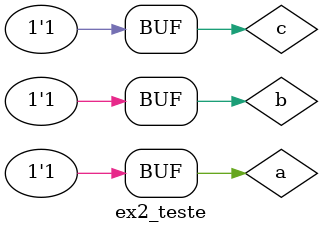
<source format=v>
`timescale 1ns/1ns
`include "ex2.v"

module ex2_teste;

    reg a, b, c;
    wire s1, s2, s3;
    ex2 uut(a, b, c, s1, s2, s3);

    initial begin
        $dumpfile("ex2.vcd");
        $dumpvars(0, ex2_teste);

        a = 0;
        b = 0; 
        c = 0;#20;

        a = 0;
        b = 0; 
        c = 1;#20;

        a = 0;
        b = 1; 
        c = 0;#20;

        a = 0;
        b = 1; 
        c = 1;#20;

        a = 1;
        b = 0; 
        c = 0;#20;

        a = 1;
        b = 0; 
        c = 1;#20;

        a = 1;
        b = 1; 
        c = 0;#20;

        a = 1;
        b = 1; 
        c = 1;#20;

        $display("Teste completo");
    end

endmodule
</source>
